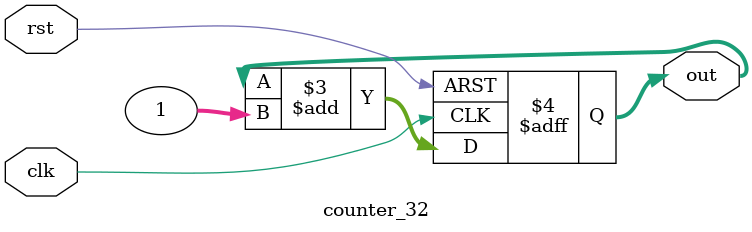
<source format=v>
`timescale 1ns / 1ps


module counter_32 (
    input clk, rst,
    output reg [31 : 0] out
);
    always @ (posedge clk or negedge rst) begin
        if (~rst) out <= 0;
        else begin
            out <= out + 1; 
        end
    end
endmodule

</source>
